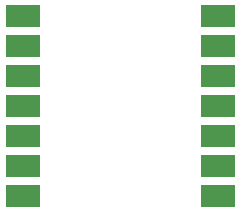
<source format=gtp>
G04 Layer: TopPasteMaskLayer*
G04 EasyEDA v6.5.47, 2024-09-12 19:46:18*
G04 ae21a48fe1bb43629e3a85d37cf1f8ca,0207d7639cbd4ff9ba197a67aa53e6ca,10*
G04 Gerber Generator version 0.2*
G04 Scale: 100 percent, Rotated: No, Reflected: No *
G04 Dimensions in millimeters *
G04 leading zeros omitted , absolute positions ,4 integer and 5 decimal *
%FSLAX45Y45*%
%MOMM*%

%ADD10R,3.0000X1.9820*%

%LPD*%
D10*
G01*
X3143072Y-2049043D03*
G01*
X3143072Y-1795043D03*
G01*
X3143072Y-1541043D03*
G01*
X3143072Y-1287043D03*
G01*
X3143072Y-1033043D03*
G01*
X3143072Y-779043D03*
G01*
X3143097Y-525043D03*
G01*
X4794097Y-2049043D03*
G01*
X4794097Y-1795043D03*
G01*
X4794097Y-1541043D03*
G01*
X4794097Y-1287043D03*
G01*
X4794097Y-525043D03*
G01*
X4794097Y-779043D03*
G01*
X4794097Y-1033043D03*
M02*

</source>
